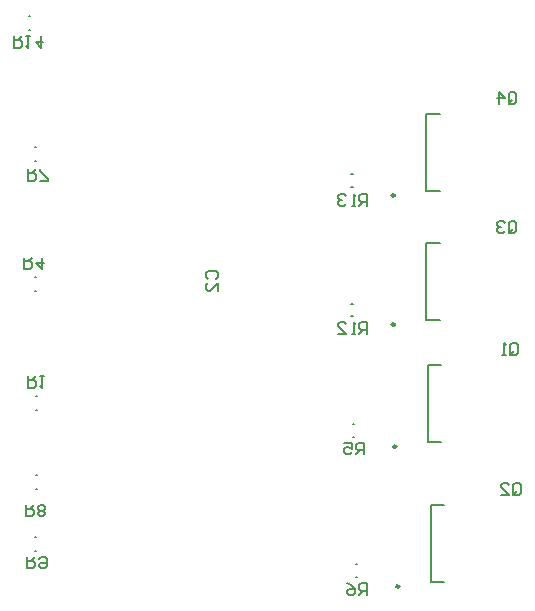
<source format=gbr>
G04 Layer_Color=32896*
%FSLAX26Y26*%
%MOIN*%
%TF.FileFunction,Legend,Bot*%
%TF.Part,Single*%
G01*
G75*
%TA.AperFunction,NonConductor*%
%ADD34C,0.009842*%
%ADD35C,0.007874*%
D34*
X1505669Y1424252D02*
G03*
X1505669Y1424252I-4921J0D01*
G01*
Y993701D02*
G03*
X1505669Y993701I-4921J0D01*
G01*
X1510669Y587087D02*
G03*
X1510669Y587087I-4921J0D01*
G01*
X1520669Y121570D02*
G03*
X1520669Y121570I-4921J0D01*
G01*
D35*
X1360984Y1020866D02*
X1364921D01*
X1360984Y1064173D02*
X1364921D01*
X1360984Y1451417D02*
X1364921D01*
X1360984Y1494724D02*
X1364921D01*
X1365984Y618189D02*
X1369921D01*
X1365984Y661496D02*
X1369921D01*
X1375984Y152673D02*
X1379921D01*
X1375984Y195980D02*
X1379921D01*
X309056Y444882D02*
X312992D01*
X309056Y492126D02*
X312992D01*
X305119Y287401D02*
X309055D01*
X305119Y240157D02*
X309055D01*
X309056Y755905D02*
X312992D01*
X309056Y708661D02*
X312992D01*
X305119Y1153543D02*
X309055D01*
X305119Y1106299D02*
X309055D01*
X305119Y1539370D02*
X309055D01*
X305119Y1586614D02*
X309055D01*
X1610984Y1438819D02*
X1656142D01*
X1610984D02*
Y1696299D01*
X1656142D01*
X1610984Y1008268D02*
X1656142D01*
X1610984D02*
Y1265748D01*
X1656142D01*
X1615984Y601654D02*
X1661142D01*
X1615984D02*
Y859134D01*
X1661142D01*
X1625984Y136137D02*
X1671142D01*
X1625984D02*
Y393618D01*
X1671142D01*
X285433Y2023622D02*
X289370D01*
X285433Y1976378D02*
X289370D01*
X1414134Y1390394D02*
Y1429751D01*
X1394455D01*
X1387896Y1423191D01*
Y1410072D01*
X1394455Y1403513D01*
X1414134D01*
X1401015D02*
X1387896Y1390394D01*
X1374776D02*
X1361657D01*
X1368217D01*
Y1429751D01*
X1374776Y1423191D01*
X1341979D02*
X1335419Y1429751D01*
X1322300D01*
X1315741Y1423191D01*
Y1416632D01*
X1322300Y1410072D01*
X1328860D01*
X1322300D01*
X1315741Y1403513D01*
Y1396953D01*
X1322300Y1390394D01*
X1335419D01*
X1341979Y1396953D01*
X1414134Y963779D02*
Y1003137D01*
X1394455D01*
X1387896Y996577D01*
Y983458D01*
X1394455Y976899D01*
X1414134D01*
X1401015D02*
X1387896Y963779D01*
X1374776D02*
X1361657D01*
X1368217D01*
Y1003137D01*
X1374776Y996577D01*
X1315741Y963779D02*
X1341979D01*
X1315741Y990018D01*
Y996577D01*
X1322300Y1003137D01*
X1335419D01*
X1341979Y996577D01*
X1413386Y91649D02*
Y131007D01*
X1393707D01*
X1387148Y124447D01*
Y111328D01*
X1393707Y104768D01*
X1413386D01*
X1400267D02*
X1387148Y91649D01*
X1347790Y131007D02*
X1360909Y124447D01*
X1374028Y111328D01*
Y98209D01*
X1367469Y91649D01*
X1354350D01*
X1347790Y98209D01*
Y104768D01*
X1354350Y111328D01*
X1374028D01*
X1403386Y561102D02*
Y600460D01*
X1383707D01*
X1377148Y593900D01*
Y580781D01*
X1383707Y574221D01*
X1403386D01*
X1390267D02*
X1377148Y561102D01*
X1337790Y600460D02*
X1364028D01*
Y580781D01*
X1350909Y587341D01*
X1344350D01*
X1337790Y580781D01*
Y567662D01*
X1344350Y561102D01*
X1357469D01*
X1364028Y567662D01*
X1884880Y1735347D02*
Y1761585D01*
X1891439Y1768145D01*
X1904559D01*
X1911118Y1761585D01*
Y1735347D01*
X1904559Y1728787D01*
X1891439D01*
X1897999Y1741907D02*
X1884880Y1728787D01*
X1891439D02*
X1884880Y1735347D01*
X1852082Y1728787D02*
Y1768145D01*
X1871761Y1748466D01*
X1845523D01*
X1885037Y1305095D02*
Y1331333D01*
X1891597Y1337893D01*
X1904716D01*
X1911276Y1331333D01*
Y1305095D01*
X1904716Y1298535D01*
X1891597D01*
X1898157Y1311655D02*
X1885037Y1298535D01*
X1891597D02*
X1885037Y1305095D01*
X1871918Y1331333D02*
X1865359Y1337893D01*
X1852239D01*
X1845680Y1331333D01*
Y1324774D01*
X1852239Y1318214D01*
X1858799D01*
X1852239D01*
X1845680Y1311655D01*
Y1305095D01*
X1852239Y1298535D01*
X1865359D01*
X1871918Y1305095D01*
X1900037Y433036D02*
Y459274D01*
X1906597Y465833D01*
X1919716D01*
X1926276Y459274D01*
Y433036D01*
X1919716Y426476D01*
X1906597D01*
X1913157Y439595D02*
X1900037Y426476D01*
X1906597D02*
X1900037Y433036D01*
X1860680Y426476D02*
X1886918D01*
X1860680Y452714D01*
Y459274D01*
X1867239Y465833D01*
X1880359D01*
X1886918Y459274D01*
X1890352Y898410D02*
Y924648D01*
X1896912Y931208D01*
X1910031D01*
X1916591Y924648D01*
Y898410D01*
X1910031Y891850D01*
X1896912D01*
X1903472Y904970D02*
X1890352Y891850D01*
X1896912D02*
X1890352Y898410D01*
X1877233Y891850D02*
X1864114D01*
X1870674D01*
Y931208D01*
X1877233Y924648D01*
X882131Y1146258D02*
X875572Y1152817D01*
Y1165937D01*
X882131Y1172496D01*
X908370D01*
X914929Y1165937D01*
Y1152817D01*
X908370Y1146258D01*
X914929Y1106900D02*
Y1133139D01*
X888691Y1106900D01*
X882131D01*
X875572Y1113460D01*
Y1126579D01*
X882131Y1133139D01*
X283465Y1511811D02*
Y1472454D01*
X303143D01*
X309703Y1479013D01*
Y1492132D01*
X303143Y1498692D01*
X283465D01*
X296584D02*
X309703Y1511811D01*
X322822Y1472454D02*
X349060D01*
Y1479013D01*
X322822Y1505251D01*
Y1511811D01*
X279528Y220472D02*
Y181115D01*
X299206D01*
X305766Y187675D01*
Y200794D01*
X299206Y207353D01*
X279528D01*
X292647D02*
X305766Y220472D01*
X318885Y213913D02*
X325445Y220472D01*
X338564D01*
X345123Y213913D01*
Y187675D01*
X338564Y181115D01*
X325445D01*
X318885Y187675D01*
Y194234D01*
X325445Y200794D01*
X345123D01*
X275591Y393701D02*
Y354343D01*
X295269D01*
X301829Y360903D01*
Y374022D01*
X295269Y380582D01*
X275591D01*
X288710D02*
X301829Y393701D01*
X314948Y360903D02*
X321508Y354343D01*
X334627D01*
X341186Y360903D01*
Y367463D01*
X334627Y374022D01*
X341186Y380582D01*
Y387141D01*
X334627Y393701D01*
X321508D01*
X314948Y387141D01*
Y380582D01*
X321508Y374022D01*
X314948Y367463D01*
Y360903D01*
X321508Y374022D02*
X334627D01*
X269370Y1217402D02*
Y1178044D01*
X289049D01*
X295608Y1184604D01*
Y1197723D01*
X289049Y1204283D01*
X269370D01*
X282489D02*
X295608Y1217402D01*
X328406D02*
Y1178044D01*
X308728Y1197723D01*
X334966D01*
X283150Y821102D02*
Y781745D01*
X302828D01*
X309388Y788304D01*
Y801424D01*
X302828Y807983D01*
X283150D01*
X296269D02*
X309388Y821102D01*
X322507D02*
X335626D01*
X329067D01*
Y781745D01*
X322507Y788304D01*
X236220Y1956693D02*
Y1917335D01*
X255899D01*
X262459Y1923895D01*
Y1937014D01*
X255899Y1943574D01*
X236220D01*
X249340D02*
X262459Y1956693D01*
X275578D02*
X288697D01*
X282137D01*
Y1917335D01*
X275578Y1923895D01*
X328054Y1956693D02*
Y1917335D01*
X308376Y1937014D01*
X334614D01*
%TF.MD5,360a213eface3b0d6907b5db2757984b*%
M02*

</source>
